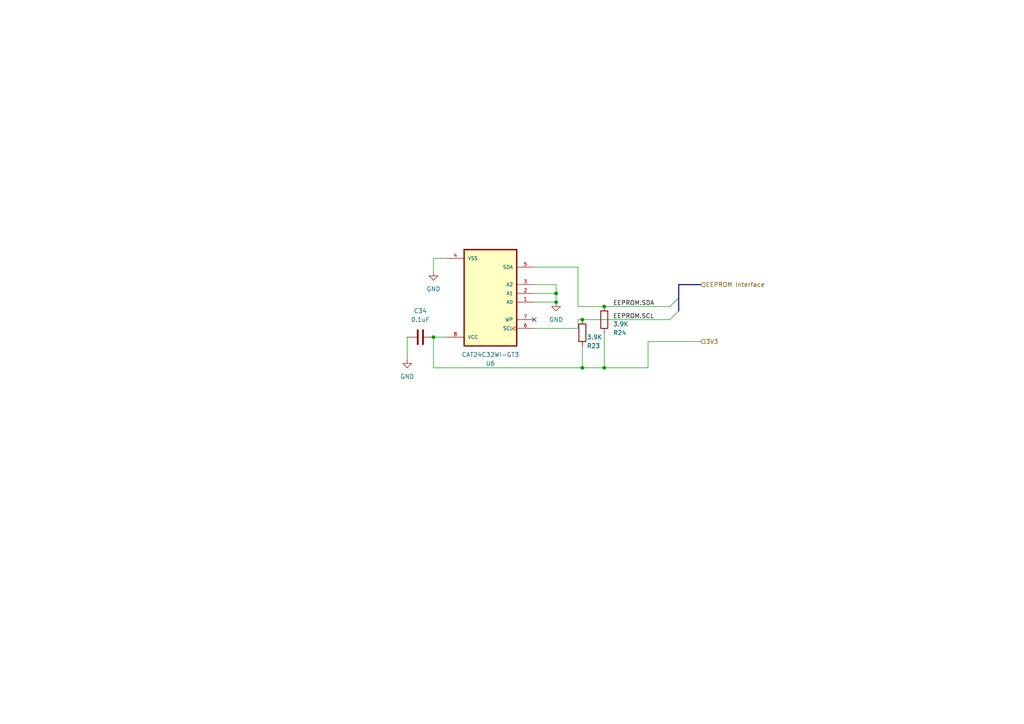
<source format=kicad_sch>
(kicad_sch (version 20211123) (generator eeschema)
  (paper "A4")
  (lib_symbols
    (symbol "Device:C" (pin_numbers hide) (pin_names (offset 0.254))
      (property "Reference" "C" (at 0.635 2.54 0))
      (property "Value" "C" (at 0.635 -2.54 0))
      (symbol "C_0_1"
        (polyline (pts (xy -2.032 -0.762) (xy 2.032 -0.762)) (stroke (width 0.508)))
        (polyline (pts (xy -2.032 0.762) (xy 2.032 0.762)) (stroke (width 0.508)))
      )
      (symbol "C_1_1"
        (pin passive line (at 0 3.81 270) (length 2.794) (name "~") (number "1"))
        (pin passive line (at 0 -3.81 90) (length 2.794) (name "~") (number "2"))
      )
    )
    (symbol "Device:R" (pin_numbers hide) (pin_names (offset 0))
      (property "Reference" "R" (at 2.032 0 90))
      (property "Value" "R" (at 0 0 90))
      (symbol "R_0_1"
        (rectangle (start -1.016 -2.54) (end 1.016 2.54) (stroke (width 0.254)))
      )
      (symbol "R_1_1"
        (pin passive line (at 0 3.81 270) (length 1.27) (name "~") (number "1"))
        (pin passive line (at 0 -3.81 90) (length 1.27) (name "~") (number "2"))
      )
    )
    (symbol "EEPROM:CAT24C32WI-GT3" (pin_names (offset 1.016))
      (property "Reference" "U" (at -7.6205 12.7008 0))
      (property "Value" "CAT24C32WI-GT3" (at -7.5948 -17.755 0))
      (symbol "CAT24C32WI-GT3_0_0"
        (rectangle (start -7.62 -15.24) (end 7.62 12.7) (stroke (width 0.4064)) (fill (type background)))
        (pin input line (at -12.7 0 0) (length 5.08) (name "A0") (number "1"))
        (pin input line (at -12.7 -2.54 0) (length 5.08) (name "A1") (number "2"))
        (pin input line (at -12.7 -5.08 0) (length 5.08) (name "A2") (number "3"))
        (pin passive line (at 12.7 -12.7 180) (length 5.08) (name "VSS") (number "4"))
        (pin bidirectional line (at -12.7 -10.16 0) (length 5.08) (name "SDA") (number "5"))
        (pin input clock (at -12.7 7.62 0) (length 5.08) (name "SCL") (number "6"))
        (pin input line (at -12.7 5.08 0) (length 5.08) (name "WP") (number "7"))
        (pin power_in line (at 12.7 10.16 180) (length 5.08) (name "VCC") (number "8"))
      )
    )
    (symbol "power:GND" (power) (pin_names (offset 0))
      (property "Value" "GND" (at 0 -3.81 0))
      (symbol "GND_0_1"
        (polyline (pts (xy 0 0) (xy 0 -1.27) (xy 1.27 -1.27) (xy 0 -2.54) (xy -1.27 -1.27) (xy 0 -1.27)))
      )
      (symbol "GND_1_1"
        (pin power_in line (at 0 0 270) (length 0) hide (name "GND") (number "1"))
      )
    )
  )
  (junction (at 168.91 92.71))
  (junction (at 175.26 106.68))
  (junction (at 175.26 88.9))
  (junction (at 161.29 85.09))
  (junction (at 125.73 97.79))
  (junction (at 168.91 106.68))
  (junction (at 161.29 87.63))
  (no_connect (at 154.94 92.71))
  (bus_entry (at 196.85 90.17) (size -2.54 2.54))
  (bus_entry (at 196.85 86.36) (size -2.54 2.54))
  (wire (pts (xy 161.29 85.09) (xy 161.29 87.63)))
  (wire (pts (xy 125.73 74.93) (xy 129.54 74.93)))
  (wire (pts (xy 154.94 85.09) (xy 161.29 85.09)))
  (wire (pts (xy 203.2 99.06) (xy 187.96 99.06)))
  (wire (pts (xy 125.73 74.93) (xy 125.73 78.74)))
  (wire (pts (xy 167.64 88.9) (xy 167.64 77.47)))
  (wire (pts (xy 175.26 88.9) (xy 194.31 88.9)))
  (wire (pts (xy 187.96 99.06) (xy 187.96 106.68)))
  (wire (pts (xy 154.94 82.55) (xy 161.29 82.55)))
  (wire (pts (xy 168.91 92.71) (xy 194.31 92.71)))
  (wire (pts (xy 168.91 100.33) (xy 168.91 106.68)))
  (wire (pts (xy 175.26 96.52) (xy 175.26 106.68)))
  (bus (pts (xy 196.85 82.55) (xy 196.85 86.36)))
  (bus (pts (xy 203.2 82.55) (xy 196.85 82.55)))
  (bus (pts (xy 196.85 86.36) (xy 196.85 90.17)))
  (wire (pts (xy 167.64 95.25) (xy 167.64 92.71)))
  (wire (pts (xy 154.94 87.63) (xy 161.29 87.63)))
  (wire (pts (xy 167.64 92.71) (xy 168.91 92.71)))
  (wire (pts (xy 161.29 82.55) (xy 161.29 85.09)))
  (wire (pts (xy 154.94 95.25) (xy 167.64 95.25)))
  (wire (pts (xy 187.96 106.68) (xy 175.26 106.68)))
  (wire (pts (xy 167.64 88.9) (xy 175.26 88.9)))
  (wire (pts (xy 125.73 97.79) (xy 129.54 97.79)))
  (wire (pts (xy 125.73 106.68) (xy 125.73 97.79)))
  (wire (pts (xy 118.11 97.79) (xy 118.11 104.14)))
  (wire (pts (xy 175.26 106.68) (xy 168.91 106.68)))
  (wire (pts (xy 168.91 106.68) (xy 125.73 106.68)))
  (wire (pts (xy 167.64 77.47) (xy 154.94 77.47)))
  (label "EEPROM.SCL" (at 177.8 92.71 0))
  (label "EEPROM.SDA" (at 177.8 88.9 0))
  (hierarchical_label "3V3" (shape input) (at 203.2 99.06 0))
  (hierarchical_label "EEPROM Interface" (shape input) (at 203.2 82.55 0))
  (symbol (lib_id "Device:C") (at 121.92 97.79 90) (unit 1)
    (property "Reference" "C34" (at 121.92 90.17 90))
    (property "Value" "0.1uF" (at 121.92 92.71 90))
  )
  (symbol (lib_id "Device:R") (at 175.26 92.71 0) (unit 1)
    (property "Reference" "R24" (at 177.8 96.52 0) (effects (justify left)))
    (property "Value" "3.9K" (at 177.8 93.9799 0) (effects (justify left)))
  )
  (symbol (lib_id "power:GND") (at 161.29 87.63 0) (unit 1)
    (property "Reference" "#PWR0167" (effects hide))
    (property "Value" "GND" (at 161.29 92.71 0))
  )
  (symbol (lib_id "power:GND") (at 118.11 104.14 0) (unit 1)
    (property "Reference" "#PWR0169" (effects hide))
    (property "Value" "GND" (at 118.11 109.22 0))
  )
  (symbol (lib_id "Device:R") (at 168.91 96.52 0) (unit 1)
    (property "Reference" "R23" (at 170.18 100.33 0) (effects (justify left)))
    (property "Value" "3.9K" (at 170.18 97.79 0) (effects (justify left)))
  )
  (symbol (lib_id "power:GND") (at 125.73 78.74 0) (unit 1)
    (property "Reference" "#PWR0168" (effects hide))
    (property "Value" "GND" (at 125.73 83.82 0))
  )
  (symbol (lib_id "EEPROM:CAT24C32WI-GT3") (at 142.24 87.63 180) (unit 1)
    (property "Reference" "U6" (at 142.24 105.41 0))
    (property "Value" "CAT24C32WI-GT3" (at 142.24 102.87 0))
    (property "Footprint" "SOIC127P600X175-8N" (effects hide))
    (property "MANUFACTURER" "ON Semiconductor" (effects hide))
    (property "Digikey" "https://www.digikey.com/short/4dttbf8j" (effects hide))
  )
)
</source>
